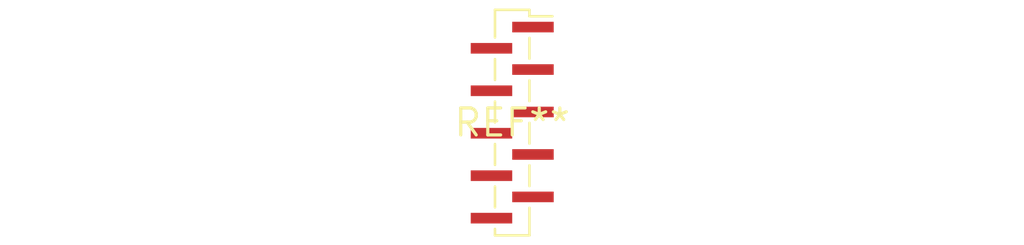
<source format=kicad_pcb>
(kicad_pcb (version 20240108) (generator pcbnew)
  (layers (0 "F.Cu" signal) (31 "B.Cu" signal) (34 "B.Paste" user) (35 "F.Paste" user) (36 "B.SilkS" user "B.Silkscreen") (37 "F.SilkS" user "F.Silkscreen") (38 "B.Mask" user) (39 "F.Mask" user) (44 "Edge.Cuts" user))
  (net 0 "")
  (footprint "PinSocket_1x10_P1.00mm_Vertical_SMD_Pin1Right" (layer "F.Cu") (at 0 0)
    (property "Reference" "REF**")
    (property "Value" "PinSocket_1x10_P1.00mm_Vertical_SMD_Pin1Right")
    (fp_line (start -0.81 -5.31) (end -0.81 -4.01) (layer "F.SilkS") (stroke (width 0.12)))
    (fp_line (start -0.81 -5.31) (end 0.81 -5.31) (layer "F.SilkS") (stroke (width 0.12)))
    (fp_line (start -0.81 -2.99) (end -0.81 -2.01) (layer "F.SilkS") (stroke (width 0.12)))
    (fp_line (start -0.81 -0.99) (end -0.81 -0.01) (layer "F.SilkS") (stroke (width 0.12)))
    (fp_line (start -0.81 1.01) (end -0.81 1.99) (layer "F.SilkS") (stroke (width 0.12)))
    (fp_line (start -0.81 3.01) (end -0.81 3.99) (layer "F.SilkS") (stroke (width 0.12)))
    (fp_line (start -0.81 5.01) (end -0.81 5.31) (layer "F.SilkS") (stroke (width 0.12)))
    (fp_line (start -0.81 5.31) (end 0.81 5.31) (layer "F.SilkS") (stroke (width 0.12)))
    (fp_line (start 0.81 -5.31) (end 0.81 -5.01) (layer "F.SilkS") (stroke (width 0.12)))
    (fp_line (start 0.81 -5.01) (end 1.89 -5.01) (layer "F.SilkS") (stroke (width 0.12)))
    (fp_line (start 0.81 -3.99) (end 0.81 -3.01) (layer "F.SilkS") (stroke (width 0.12)))
    (fp_line (start 0.81 -1.99) (end 0.81 -1.01) (layer "F.SilkS") (stroke (width 0.12)))
    (fp_line (start 0.81 0.01) (end 0.81 0.99) (layer "F.SilkS") (stroke (width 0.12)))
    (fp_line (start 0.81 2.01) (end 0.81 2.99) (layer "F.SilkS") (stroke (width 0.12)))
    (fp_line (start 0.81 4.01) (end 0.81 5.31) (layer "F.SilkS") (stroke (width 0.12)))
    (pad "1" smd rect (at 0.975 -4.5) (size 1.95 0.5) (layers "F.Cu" "F.Paste" "F.Mask"))
    (pad "2" smd rect (at -0.975 -3.5) (size 1.95 0.5) (layers "F.Cu" "F.Paste" "F.Mask"))
    (pad "3" smd rect (at 0.975 -2.5) (size 1.95 0.5) (layers "F.Cu" "F.Paste" "F.Mask"))
    (pad "4" smd rect (at -0.975 -1.5) (size 1.95 0.5) (layers "F.Cu" "F.Paste" "F.Mask"))
    (pad "5" smd rect (at 0.975 -0.5) (size 1.95 0.5) (layers "F.Cu" "F.Paste" "F.Mask"))
    (pad "6" smd rect (at -0.975 0.5) (size 1.95 0.5) (layers "F.Cu" "F.Paste" "F.Mask"))
    (pad "7" smd rect (at 0.975 1.5) (size 1.95 0.5) (layers "F.Cu" "F.Paste" "F.Mask"))
    (pad "8" smd rect (at -0.975 2.5) (size 1.95 0.5) (layers "F.Cu" "F.Paste" "F.Mask"))
    (pad "9" smd rect (at 0.975 3.5) (size 1.95 0.5) (layers "F.Cu" "F.Paste" "F.Mask"))
    (pad "10" smd rect (at -0.975 4.5) (size 1.95 0.5) (layers "F.Cu" "F.Paste" "F.Mask"))
  )
)
</source>
